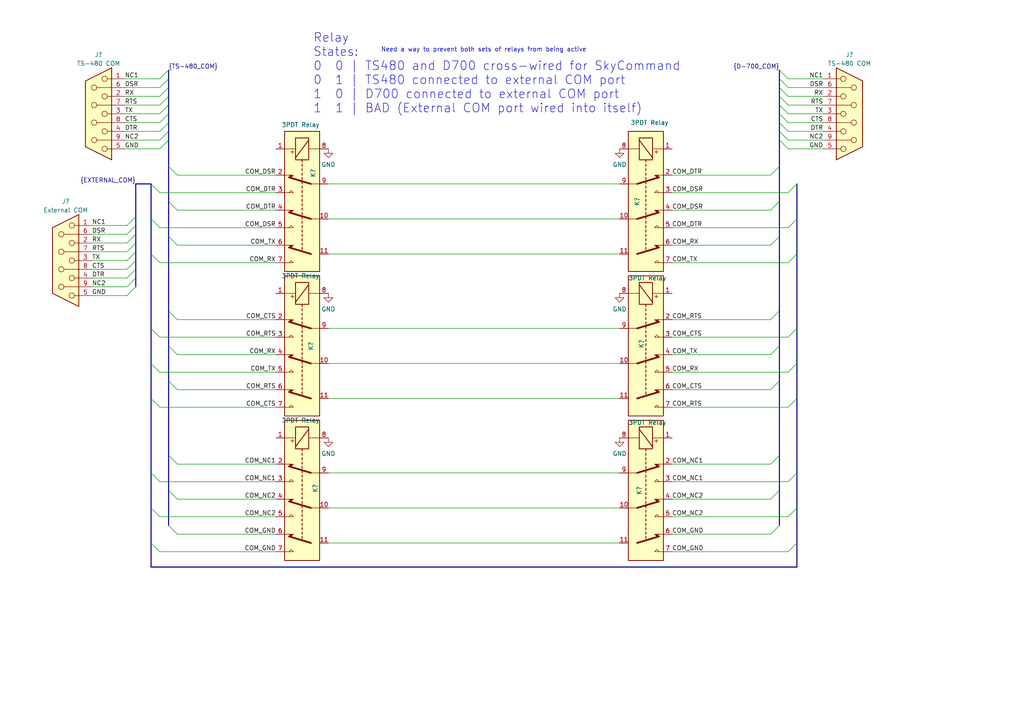
<source format=kicad_sch>
(kicad_sch (version 20211123) (generator eeschema)
  (paper "A4")
  (lib_symbols
    (symbol "Connector:DB9_Female" (pin_names (offset 1.016) hide)
      (property "Reference" "J" (at 0 13.97 0))
      (property "Value" "DB9_Female" (at 0 -14.605 0))
      (symbol "DB9_Female_0_1"
        (circle (center -1.778 -10.16) (radius 0.762))
        (circle (center -1.778 -5.08) (radius 0.762))
        (circle (center -1.778 0) (radius 0.762))
        (circle (center -1.778 5.08) (radius 0.762))
        (circle (center -1.778 10.16) (radius 0.762))
        (polyline (pts (xy -3.81 -10.16) (xy -2.54 -10.16)))
        (polyline (pts (xy -3.81 -7.62) (xy 0.508 -7.62)))
        (polyline (pts (xy -3.81 -5.08) (xy -2.54 -5.08)))
        (polyline (pts (xy -3.81 -2.54) (xy 0.508 -2.54)))
        (polyline (pts (xy -3.81 0) (xy -2.54 0)))
        (polyline (pts (xy -3.81 2.54) (xy 0.508 2.54)))
        (polyline (pts (xy -3.81 5.08) (xy -2.54 5.08)))
        (polyline (pts (xy -3.81 7.62) (xy 0.508 7.62)))
        (polyline (pts (xy -3.81 10.16) (xy -2.54 10.16)))
        (polyline (pts (xy -3.81 13.335) (xy -3.81 -13.335) (xy 3.81 -9.525) (xy 3.81 9.525) (xy -3.81 13.335)) (stroke (width 0.254)) (fill (type background)))
        (circle (center 1.27 -7.62) (radius 0.762))
        (circle (center 1.27 -2.54) (radius 0.762))
        (circle (center 1.27 2.54) (radius 0.762))
        (circle (center 1.27 7.62) (radius 0.762))
      )
      (symbol "DB9_Female_1_1"
        (pin passive line (at -7.62 10.16 0) (length 3.81) (name "1") (number "1"))
        (pin passive line (at -7.62 5.08 0) (length 3.81) (name "2") (number "2"))
        (pin passive line (at -7.62 0 0) (length 3.81) (name "3") (number "3"))
        (pin passive line (at -7.62 -5.08 0) (length 3.81) (name "4") (number "4"))
        (pin passive line (at -7.62 -10.16 0) (length 3.81) (name "5") (number "5"))
        (pin passive line (at -7.62 7.62 0) (length 3.81) (name "6") (number "6"))
        (pin passive line (at -7.62 2.54 0) (length 3.81) (name "7") (number "7"))
        (pin passive line (at -7.62 -2.54 0) (length 3.81) (name "8") (number "8"))
        (pin passive line (at -7.62 -7.62 0) (length 3.81) (name "9") (number "9"))
      )
    )
    (symbol "EC2-3NU_1"
      (property "Reference" "K?" (at -0.635 -13.335 0))
      (property "Value" "4PDT Relay" (at -5.08 17.145 90))
      (symbol "EC2-3NU_1_1_1"
        (rectangle (start -15.24 5.08) (end 25.4 -5.08) (stroke (width 0.254)) (fill (type background)))
        (rectangle (start -13.335 1.905) (end -6.985 -1.905) (stroke (width 0.254)))
        (polyline (pts (xy -12.7 -1.905) (xy -7.62 1.905)) (stroke (width 0.254)))
        (polyline (pts (xy -10.16 -5.08) (xy -10.16 -1.905)))
        (polyline (pts (xy -10.16 5.08) (xy -10.16 1.905)))
        (polyline (pts (xy -6.985 0) (xy -6.35 0)) (stroke (width 0.254)))
        (polyline (pts (xy -5.715 0) (xy -5.08 0)) (stroke (width 0.254)))
        (polyline (pts (xy -4.445 0) (xy -3.81 0)) (stroke (width 0.254)))
        (polyline (pts (xy -3.175 0) (xy -2.54 0)) (stroke (width 0.254)))
        (polyline (pts (xy -1.905 0) (xy -1.27 0)) (stroke (width 0.254)))
        (polyline (pts (xy -0.635 0) (xy 0 0)) (stroke (width 0.254)))
        (polyline (pts (xy 0 -2.54) (xy -1.905 3.81)) (stroke (width 0.508)))
        (polyline (pts (xy 0 -2.54) (xy 0 -5.08)))
        (polyline (pts (xy 0.635 0) (xy 1.27 0)) (stroke (width 0.254)))
        (polyline (pts (xy 1.905 0) (xy 2.54 0)) (stroke (width 0.254)))
        (polyline (pts (xy 3.175 0) (xy 3.81 0)) (stroke (width 0.254)))
        (polyline (pts (xy 4.445 0) (xy 5.08 0)) (stroke (width 0.254)))
        (polyline (pts (xy 5.715 0) (xy 6.35 0)) (stroke (width 0.254)))
        (polyline (pts (xy 6.985 0) (xy 7.62 0)) (stroke (width 0.254)))
        (polyline (pts (xy 8.255 0) (xy 8.89 0)) (stroke (width 0.254)))
        (polyline (pts (xy 9.525 0) (xy 10.16 0)) (stroke (width 0.254)))
        (polyline (pts (xy 10.16 -2.54) (xy 8.255 3.81)) (stroke (width 0.508)))
        (polyline (pts (xy 10.16 -2.54) (xy 10.16 -5.08)))
        (polyline (pts (xy 10.795 0) (xy 11.43 0)) (stroke (width 0.254)))
        (polyline (pts (xy 12.065 0) (xy 12.7 0)) (stroke (width 0.254)))
        (polyline (pts (xy 13.335 0) (xy 13.97 0)) (stroke (width 0.254)))
        (polyline (pts (xy 14.605 0) (xy 15.24 0)) (stroke (width 0.254)))
        (polyline (pts (xy 15.875 0) (xy 16.51 0)) (stroke (width 0.254)))
        (polyline (pts (xy 17.145 0) (xy 17.78 0)) (stroke (width 0.254)))
        (polyline (pts (xy 18.415 0) (xy 19.05 0)) (stroke (width 0.254)))
        (polyline (pts (xy 20.32 -2.54) (xy 18.415 3.81)) (stroke (width 0.508)))
        (polyline (pts (xy -2.54 5.08) (xy -2.54 2.54) (xy -1.905 3.175) (xy -2.54 3.81)) (fill (type outline)))
        (polyline (pts (xy 2.54 5.08) (xy 2.54 2.54) (xy 1.905 3.175) (xy 2.54 3.81)))
        (polyline (pts (xy 7.62 5.08) (xy 7.62 2.54) (xy 8.255 3.175) (xy 7.62 3.81)) (fill (type outline)))
        (polyline (pts (xy 12.7 5.08) (xy 12.7 2.54) (xy 12.065 3.175) (xy 12.7 3.81)))
        (polyline (pts (xy 17.78 5.08) (xy 17.78 2.54) (xy 18.415 3.175) (xy 17.78 3.81)) (fill (type outline)))
        (polyline (pts (xy 22.86 5.08) (xy 22.86 2.54) (xy 22.225 3.175) (xy 22.86 3.81)))
        (text "+" (at -9.271 2.921 0) (effects (font (size 1.27 1.27))))
        (pin passive line (at -10.16 7.62 270) (length 2.54) (name "~") (number "1"))
        (pin passive line (at 10.16 -7.62 90) (length 2.54) (name "~") (number "10"))
        (pin passive line (at 20.32 -7.62 90) (length 2.54) (name "~") (number "11"))
        (pin passive line (at -2.54 7.62 270) (length 2.54) (name "~") (number "2"))
        (pin passive line (at 2.54 7.62 270) (length 2.54) (name "~") (number "3"))
        (pin passive line (at 7.62 7.62 270) (length 2.54) (name "~") (number "4"))
        (pin passive line (at 12.7 7.62 270) (length 2.54) (name "~") (number "5"))
        (pin passive line (at 17.78 7.62 270) (length 2.54) (name "~") (number "6"))
        (pin passive line (at 22.86 7.62 270) (length 2.54) (name "~") (number "7"))
        (pin passive line (at -10.16 -7.62 90) (length 2.54) (name "~") (number "8"))
        (pin passive line (at 0 -7.62 90) (length 2.54) (name "~") (number "9"))
      )
    )
    (symbol "power:GND" (power) (pin_names (offset 0))
      (property "Value" "GND" (at 0 -3.81 0))
      (symbol "GND_0_1"
        (polyline (pts (xy 0 0) (xy 0 -1.27) (xy 1.27 -1.27) (xy 0 -2.54) (xy -1.27 -1.27) (xy 0 -1.27)))
      )
      (symbol "GND_1_1"
        (pin power_in line (at 0 0 270) (length 0) hide (name "GND") (number "1"))
      )
    )
  )
  (bus_alias "TS-480_COM" (members "NC1" "RX" "TX" "DTR" "GND" "DSR" "RTS" "CTS" "NC2"))
  (bus_alias "EXTERNAL_COM" (members "NC1" "RX" "TX" "DTR" "GND" "DSR" "RTS" "CTS" "NC2"))
  (bus_alias "D-700_COM" (members "NC1" "RX" "TX" "DTR" "GND" "DSR" "RTS" "CTS" "NC2"))
  (bus_entry (at 48.895 110.49) (size 2.54 2.54))
  (bus_entry (at 43.815 63.5) (size 2.54 2.54))
  (bus_entry (at 46.355 40.64) (size 2.54 -2.54))
  (bus_entry (at 46.355 35.56) (size 2.54 -2.54))
  (bus_entry (at 231.14 157.48) (size -2.54 2.54))
  (bus_entry (at 228.6 43.18) (size -2.54 -2.54))
  (bus_entry (at 228.6 27.94) (size -2.54 -2.54))
  (bus_entry (at 43.815 73.66) (size 2.54 2.54))
  (bus_entry (at 48.895 152.4) (size 2.54 2.54))
  (bus_entry (at 228.6 40.64) (size -2.54 -2.54))
  (bus_entry (at 231.14 137.16) (size -2.54 2.54))
  (bus_entry (at 46.355 27.94) (size 2.54 -2.54))
  (bus_entry (at 226.06 132.08) (size -2.54 2.54))
  (bus_entry (at 46.355 25.4) (size 2.54 -2.54))
  (bus_entry (at 46.355 43.18) (size 2.54 -2.54))
  (bus_entry (at 43.815 115.57) (size 2.54 2.54))
  (bus_entry (at 226.06 90.17) (size -2.54 2.54))
  (bus_entry (at 36.83 80.645) (size 2.54 -2.54))
  (bus_entry (at 36.83 73.025) (size 2.54 -2.54))
  (bus_entry (at 226.06 100.33) (size -2.54 2.54))
  (bus_entry (at 226.06 152.4) (size -2.54 2.54))
  (bus_entry (at 46.355 33.02) (size 2.54 -2.54))
  (bus_entry (at 46.355 22.86) (size 2.54 -2.54))
  (bus_entry (at 226.06 68.58) (size -2.54 2.54))
  (bus_entry (at 43.815 147.32) (size 2.54 2.54))
  (bus_entry (at 228.6 25.4) (size -2.54 -2.54))
  (bus_entry (at 231.14 105.41) (size -2.54 2.54))
  (bus_entry (at 48.895 132.08) (size 2.54 2.54))
  (bus_entry (at 36.83 75.565) (size 2.54 -2.54))
  (bus_entry (at 231.14 53.34) (size -2.54 2.54))
  (bus_entry (at 228.6 38.1) (size -2.54 -2.54))
  (bus_entry (at 226.06 48.26) (size -2.54 2.54))
  (bus_entry (at 48.895 68.58) (size 2.54 2.54))
  (bus_entry (at 226.06 142.24) (size -2.54 2.54))
  (bus_entry (at 231.14 95.25) (size -2.54 2.54))
  (bus_entry (at 231.14 73.66) (size -2.54 2.54))
  (bus_entry (at 48.895 100.33) (size 2.54 2.54))
  (bus_entry (at 231.14 63.5) (size -2.54 2.54))
  (bus_entry (at 36.83 67.945) (size 2.54 -2.54))
  (bus_entry (at 43.815 137.16) (size 2.54 2.54))
  (bus_entry (at 36.83 65.405) (size 2.54 -2.54))
  (bus_entry (at 226.06 58.42) (size -2.54 2.54))
  (bus_entry (at 36.83 70.485) (size 2.54 -2.54))
  (bus_entry (at 36.83 85.725) (size 2.54 -2.54))
  (bus_entry (at 228.6 33.02) (size -2.54 -2.54))
  (bus_entry (at 43.815 95.25) (size 2.54 2.54))
  (bus_entry (at 48.895 48.26) (size 2.54 2.54))
  (bus_entry (at 46.355 30.48) (size 2.54 -2.54))
  (bus_entry (at 48.895 58.42) (size 2.54 2.54))
  (bus_entry (at 36.83 78.105) (size 2.54 -2.54))
  (bus_entry (at 48.895 90.17) (size 2.54 2.54))
  (bus_entry (at 226.06 110.49) (size -2.54 2.54))
  (bus_entry (at 43.815 157.48) (size 2.54 2.54))
  (bus_entry (at 43.815 105.41) (size 2.54 2.54))
  (bus_entry (at 231.14 115.57) (size -2.54 2.54))
  (bus_entry (at 43.815 53.34) (size 2.54 2.54))
  (bus_entry (at 228.6 30.48) (size -2.54 -2.54))
  (bus_entry (at 48.895 142.24) (size 2.54 2.54))
  (bus_entry (at 36.83 83.185) (size 2.54 -2.54))
  (bus_entry (at 231.14 147.32) (size -2.54 2.54))
  (bus_entry (at 228.6 22.86) (size -2.54 -2.54))
  (bus_entry (at 228.6 35.56) (size -2.54 -2.54))
  (bus_entry (at 46.355 38.1) (size 2.54 -2.54))
  (bus (pts (xy 48.895 27.94) (xy 48.895 30.48)))
  (wire (pts (xy 51.435 50.8) (xy 80.01 50.8)))
  (bus (pts (xy 231.14 63.5) (xy 231.14 73.66)))
  (bus (pts (xy 226.06 58.42) (xy 226.06 68.58)))
  (wire (pts (xy 51.435 134.62) (xy 80.01 134.62)))
  (wire (pts (xy 46.355 76.2) (xy 80.01 76.2)))
  (wire (pts (xy 223.52 60.96) (xy 194.945 60.96)))
  (bus (pts (xy 43.815 164.465) (xy 231.14 164.465)))
  (bus (pts (xy 231.14 73.66) (xy 231.14 95.25)))
  (wire (pts (xy 36.195 22.86) (xy 46.355 22.86)))
  (wire (pts (xy 26.67 67.945) (xy 36.83 67.945)))
  (wire (pts (xy 223.52 50.8) (xy 194.945 50.8)))
  (bus (pts (xy 39.37 70.485) (xy 39.37 67.945)))
  (wire (pts (xy 238.76 33.02) (xy 228.6 33.02)))
  (bus (pts (xy 226.06 90.17) (xy 226.06 100.33)))
  (wire (pts (xy 194.945 154.94) (xy 223.52 154.94)))
  (bus (pts (xy 226.06 132.08) (xy 226.06 142.24)))
  (wire (pts (xy 26.67 75.565) (xy 36.83 75.565)))
  (bus (pts (xy 48.895 20.32) (xy 48.895 22.86)))
  (bus (pts (xy 39.37 65.405) (xy 39.37 62.865)))
  (wire (pts (xy 223.52 144.78) (xy 194.945 144.78)))
  (bus (pts (xy 231.14 164.465) (xy 231.14 157.48)))
  (bus (pts (xy 226.06 33.02) (xy 226.06 35.56)))
  (wire (pts (xy 238.76 40.64) (xy 228.6 40.64)))
  (bus (pts (xy 43.815 95.25) (xy 43.815 105.41)))
  (wire (pts (xy 238.76 43.18) (xy 228.6 43.18)))
  (wire (pts (xy 51.435 60.96) (xy 80.01 60.96)))
  (wire (pts (xy 95.25 137.16) (xy 179.705 137.16)))
  (bus (pts (xy 231.14 147.32) (xy 231.14 157.48)))
  (bus (pts (xy 43.815 63.5) (xy 43.815 73.66)))
  (bus (pts (xy 39.37 78.105) (xy 39.37 75.565)))
  (wire (pts (xy 228.6 160.02) (xy 194.945 160.02)))
  (bus (pts (xy 39.37 75.565) (xy 39.37 73.025)))
  (wire (pts (xy 228.6 118.11) (xy 194.945 118.11)))
  (wire (pts (xy 46.355 107.95) (xy 80.01 107.95)))
  (wire (pts (xy 238.76 35.56) (xy 228.6 35.56)))
  (wire (pts (xy 51.435 92.71) (xy 80.01 92.71)))
  (bus (pts (xy 39.37 67.945) (xy 39.37 65.405)))
  (wire (pts (xy 26.67 73.025) (xy 36.83 73.025)))
  (wire (pts (xy 51.435 113.03) (xy 80.01 113.03)))
  (wire (pts (xy 95.25 157.48) (xy 179.705 157.48)))
  (bus (pts (xy 231.14 137.16) (xy 231.14 147.32)))
  (wire (pts (xy 223.52 92.71) (xy 194.945 92.71)))
  (bus (pts (xy 231.14 53.34) (xy 231.14 63.5)))
  (wire (pts (xy 228.6 97.79) (xy 194.945 97.79)))
  (bus (pts (xy 226.06 38.1) (xy 226.06 40.64)))
  (wire (pts (xy 228.6 66.04) (xy 194.945 66.04)))
  (wire (pts (xy 95.25 115.57) (xy 179.705 115.57)))
  (wire (pts (xy 36.195 30.48) (xy 46.355 30.48)))
  (wire (pts (xy 26.67 65.405) (xy 36.83 65.405)))
  (bus (pts (xy 43.815 53.34) (xy 43.815 63.5)))
  (wire (pts (xy 26.67 85.725) (xy 36.83 85.725)))
  (wire (pts (xy 26.67 80.645) (xy 36.83 80.645)))
  (wire (pts (xy 238.76 30.48) (xy 228.6 30.48)))
  (bus (pts (xy 226.06 142.24) (xy 226.06 152.4)))
  (wire (pts (xy 95.25 95.25) (xy 179.705 95.25)))
  (bus (pts (xy 48.895 38.1) (xy 48.895 40.64)))
  (bus (pts (xy 43.815 73.66) (xy 43.815 95.25)))
  (wire (pts (xy 223.52 113.03) (xy 194.945 113.03)))
  (bus (pts (xy 226.06 27.94) (xy 226.06 30.48)))
  (bus (pts (xy 48.895 58.42) (xy 48.895 68.58)))
  (bus (pts (xy 43.815 105.41) (xy 43.815 115.57)))
  (bus (pts (xy 226.06 110.49) (xy 226.06 132.08)))
  (bus (pts (xy 226.06 30.48) (xy 226.06 33.02)))
  (bus (pts (xy 48.895 90.17) (xy 48.895 100.33)))
  (wire (pts (xy 228.6 107.95) (xy 194.945 107.95)))
  (bus (pts (xy 226.06 35.56) (xy 226.06 38.1)))
  (bus (pts (xy 43.815 157.48) (xy 43.815 164.465)))
  (bus (pts (xy 39.37 83.185) (xy 39.37 80.645)))
  (bus (pts (xy 48.895 48.26) (xy 48.895 58.42)))
  (bus (pts (xy 48.895 110.49) (xy 48.895 132.08)))
  (bus (pts (xy 39.37 62.865) (xy 39.37 53.34)))
  (wire (pts (xy 36.195 27.94) (xy 46.355 27.94)))
  (bus (pts (xy 226.06 25.4) (xy 226.06 27.94)))
  (wire (pts (xy 51.435 144.78) (xy 80.01 144.78)))
  (wire (pts (xy 95.25 147.32) (xy 179.705 147.32)))
  (bus (pts (xy 226.06 48.26) (xy 226.06 58.42)))
  (wire (pts (xy 36.195 40.64) (xy 46.355 40.64)))
  (wire (pts (xy 46.355 160.02) (xy 80.01 160.02)))
  (wire (pts (xy 46.355 55.88) (xy 80.01 55.88)))
  (bus (pts (xy 43.815 137.16) (xy 43.815 147.32)))
  (wire (pts (xy 238.76 25.4) (xy 228.6 25.4)))
  (bus (pts (xy 48.895 40.64) (xy 48.895 48.26)))
  (wire (pts (xy 46.355 139.7) (xy 80.01 139.7)))
  (bus (pts (xy 48.895 100.33) (xy 48.895 110.49)))
  (bus (pts (xy 43.815 147.32) (xy 43.815 157.48)))
  (wire (pts (xy 36.195 43.18) (xy 46.355 43.18)))
  (wire (pts (xy 238.76 27.94) (xy 228.6 27.94)))
  (bus (pts (xy 231.14 115.57) (xy 231.14 137.16)))
  (bus (pts (xy 226.06 22.86) (xy 226.06 25.4)))
  (bus (pts (xy 48.895 30.48) (xy 48.895 33.02)))
  (wire (pts (xy 228.6 55.88) (xy 194.945 55.88)))
  (wire (pts (xy 51.435 102.87) (xy 80.01 102.87)))
  (wire (pts (xy 46.355 66.04) (xy 80.01 66.04)))
  (wire (pts (xy 36.195 25.4) (xy 46.355 25.4)))
  (bus (pts (xy 48.895 33.02) (xy 48.895 35.56)))
  (bus (pts (xy 48.895 25.4) (xy 48.895 27.94)))
  (wire (pts (xy 238.76 22.86) (xy 228.6 22.86)))
  (wire (pts (xy 95.25 73.66) (xy 179.705 73.66)))
  (bus (pts (xy 226.06 100.33) (xy 226.06 110.49)))
  (bus (pts (xy 48.895 68.58) (xy 48.895 90.17)))
  (bus (pts (xy 39.37 73.025) (xy 39.37 70.485)))
  (wire (pts (xy 36.195 35.56) (xy 46.355 35.56)))
  (bus (pts (xy 48.895 132.08) (xy 48.895 142.24)))
  (bus (pts (xy 48.895 22.86) (xy 48.895 25.4)))
  (wire (pts (xy 223.52 71.12) (xy 194.945 71.12)))
  (wire (pts (xy 46.355 149.86) (xy 80.01 149.86)))
  (wire (pts (xy 46.355 118.11) (xy 80.01 118.11)))
  (wire (pts (xy 26.67 70.485) (xy 36.83 70.485)))
  (wire (pts (xy 46.355 97.79) (xy 80.01 97.79)))
  (wire (pts (xy 95.25 53.34) (xy 179.705 53.34)))
  (bus (pts (xy 231.14 95.25) (xy 231.14 105.41)))
  (bus (pts (xy 226.06 40.64) (xy 226.06 48.26)))
  (wire (pts (xy 95.25 63.5) (xy 179.705 63.5)))
  (bus (pts (xy 39.37 53.34) (xy 43.815 53.34)))
  (bus (pts (xy 48.895 35.56) (xy 48.895 38.1)))
  (wire (pts (xy 95.25 105.41) (xy 179.705 105.41)))
  (wire (pts (xy 228.6 149.86) (xy 194.945 149.86)))
  (wire (pts (xy 228.6 76.2) (xy 194.945 76.2)))
  (wire (pts (xy 26.67 83.185) (xy 36.83 83.185)))
  (wire (pts (xy 223.52 102.87) (xy 194.945 102.87)))
  (wire (pts (xy 228.6 139.7) (xy 194.945 139.7)))
  (wire (pts (xy 36.195 33.02) (xy 46.355 33.02)))
  (wire (pts (xy 51.435 71.12) (xy 80.01 71.12)))
  (wire (pts (xy 223.52 134.62) (xy 194.945 134.62)))
  (wire (pts (xy 26.67 78.105) (xy 36.83 78.105)))
  (bus (pts (xy 226.06 68.58) (xy 226.06 90.17)))
  (bus (pts (xy 231.14 105.41) (xy 231.14 115.57)))
  (bus (pts (xy 48.895 142.24) (xy 48.895 152.4)))
  (wire (pts (xy 51.435 154.94) (xy 80.01 154.94)))
  (bus (pts (xy 43.815 115.57) (xy 43.815 137.16)))
  (wire (pts (xy 238.76 38.1) (xy 228.6 38.1)))
  (wire (pts (xy 36.195 38.1) (xy 46.355 38.1)))
  (bus (pts (xy 39.37 80.645) (xy 39.37 78.105)))
  (bus (pts (xy 226.06 20.32) (xy 226.06 22.86)))
  (text "Need a way to prevent both sets of relays from being active" (at 110.49 15.24 0) (effects (font (size 1.27 1.27)) (justify left bottom)))
  (text "Relay\nStates:\n0  0 | TS480 and D700 cross-wired for SkyCommand\n0  1 | TS480 connected to external COM port\n1  0 | D700 connected to external COM port\n1  1 | BAD (External COM port wired into itself)" (at 90.805 33.02 0) (effects (font (size 2.54 2.54)) (justify left bottom)))
  (label "TX" (at 26.67 75.565 0))
  (label "COM_RX" (at 194.945 71.12 0))
  (label "COM_GND" (at 80.01 160.02 180))
  (label "NC1" (at 26.67 65.405 0))
  (label "DTR" (at 26.67 80.645 0))
  (label "COM_DTR" (at 194.945 66.04 0))
  (label "COM_RX" (at 194.945 107.95 0))
  (label "COM_TX" (at 194.945 76.2 0))
  (label "COM_DSR" (at 80.01 50.8 180))
  (label "RX" (at 238.76 27.94 180))
  (label "COM_CTS" (at 194.945 113.03 0))
  (label "RTS" (at 238.76 30.48 180))
  (label "CTS" (at 36.195 35.56 0))
  (label "GND" (at 36.195 43.18 0))
  (label "COM_RTS" (at 80.01 113.03 180))
  (label "DSR" (at 238.76 25.4 180))
  (label "COM_RTS" (at 194.945 118.11 0))
  (label "TX" (at 36.195 33.02 0))
  (label "RTS" (at 36.195 30.48 0))
  (label "NC1" (at 238.76 22.86 180))
  (label "COM_DSR" (at 194.945 60.96 0))
  (label "RTS" (at 26.67 73.025 0))
  (label "NC2" (at 36.195 40.64 0))
  (label "GND" (at 26.67 85.725 0))
  (label "{D-700_COM}" (at 226.06 20.32 180))
  (label "COM_CTS" (at 194.945 97.79 0))
  (label "COM_NC1" (at 80.01 134.62 180))
  (label "CTS" (at 238.76 35.56 180))
  (label "COM_DSR" (at 194.945 55.88 0))
  (label "NC2" (at 238.76 40.64 180))
  (label "NC2" (at 26.67 83.185 0))
  (label "COM_TX" (at 80.01 107.95 180))
  (label "COM_DTR" (at 80.01 60.96 180))
  (label "COM_NC1" (at 80.01 139.7 180))
  (label "COM_DTR" (at 80.01 55.88 180))
  (label "RX" (at 36.195 27.94 0))
  (label "COM_NC1" (at 194.945 134.62 0))
  (label "COM_NC1" (at 194.945 139.7 0))
  (label "COM_DSR" (at 80.01 66.04 180))
  (label "DTR" (at 36.195 38.1 0))
  (label "COM_RTS" (at 194.945 92.71 0))
  (label "COM_CTS" (at 80.01 118.11 180))
  (label "{EXTERNAL_COM}" (at 39.37 53.34 180))
  (label "COM_GND" (at 194.945 160.02 0))
  (label "COM_NC2" (at 194.945 149.86 0))
  (label "NC1" (at 36.195 22.86 0))
  (label "COM_NC2" (at 80.01 149.86 180))
  (label "DSR" (at 26.67 67.945 0))
  (label "{TS-480_COM}" (at 48.895 20.32 0))
  (label "COM_NC2" (at 80.01 144.78 180))
  (label "COM_TX" (at 194.945 102.87 0))
  (label "COM_RTS" (at 80.01 97.79 180))
  (label "COM_GND" (at 80.01 154.94 180))
  (label "COM_DTR" (at 194.945 50.8 0))
  (label "COM_GND" (at 194.945 154.94 0))
  (label "COM_TX" (at 80.01 71.12 180))
  (label "CTS" (at 26.67 78.105 0))
  (label "GND" (at 238.76 43.18 180))
  (label "RX" (at 26.67 70.485 0))
  (label "COM_RX" (at 80.01 102.87 180))
  (label "DSR" (at 36.195 25.4 0))
  (label "DTR" (at 238.76 38.1 180))
  (label "TX" (at 238.76 33.02 180))
  (label "COM_RX" (at 80.01 76.2 180))
  (label "COM_CTS" (at 80.01 92.71 180))
  (label "COM_NC2" (at 194.945 144.78 0))
  (symbol (lib_name "EC2-3NU_1") (lib_id "Relay:EC2-3NU") (at 87.63 95.25 90) (mirror x)
    (property "Reference" "K?" (at 90.17 99.06 0) (effects (justify left)))
    (property "Value" "3PDT Relay" (at 92.71 80.01 90) (effects (justify left)))
    (property "Footprint" "Connector_PinHeader_2.54mm:PinHeader_1x14_P2.54mm_Horizontal" (effects hide))
  )
  (symbol (lib_id "power:GND") (at 95.25 127 0) (mirror y)
    (property "Reference" "#PWR?" (effects hide))
    (property "Value" "GND" (at 95.25 131.5625 0))
  )
  (symbol (lib_name "EC2-3NU_1") (lib_id "Relay:EC2-3NU") (at 187.325 137.16 270)
    (property "Reference" "K?" (at 185.42 140.97 0) (effects (justify left)))
    (property "Value" "3PDT Relay" (at 182.245 122.555 90) (effects (justify left)))
    (property "Footprint" "Connector_PinHeader_2.54mm:PinHeader_1x14_P2.54mm_Horizontal" (effects hide))
  )
  (symbol (lib_id "power:GND") (at 95.25 43.18 0) (mirror y)
    (property "Reference" "#PWR?" (effects hide))
    (property "Value" "GND" (at 95.25 47.7425 0))
  )
  (symbol (lib_id "Connector:DB9_Female") (at 28.575 33.02 0) (mirror y)
    (property "Reference" "J?" (at 28.575 15.875 0))
    (property "Value" "TS-480 COM" (at 28.575 18.415 0))
    (property "Footprint" "Connector_Dsub:DSUB-9_Male_Horizontal_P2.77x2.84mm_EdgePinOffset4.94mm_Housed_MountingHolesOffset7.48mm" (effects hide))
    (property "Datasheet" " ~" (effects hide))
  )
  (symbol (lib_id "power:GND") (at 179.705 85.09 0)
    (property "Reference" "#PWR?" (effects hide))
    (property "Value" "GND" (at 179.705 89.6525 0))
  )
  (symbol (lib_id "Connector:DB9_Female") (at 246.38 33.02 0)
    (property "Reference" "J?" (at 246.38 15.875 0))
    (property "Value" "TS-480 COM" (at 246.38 18.415 0))
    (property "Footprint" "Connector_Dsub:DSUB-9_Male_Horizontal_P2.77x2.84mm_EdgePinOffset4.94mm_Housed_MountingHolesOffset7.48mm" (effects hide))
    (property "Datasheet" " ~" (effects hide))
  )
  (symbol (lib_id "power:GND") (at 179.705 43.18 0)
    (property "Reference" "#PWR?" (effects hide))
    (property "Value" "GND" (at 179.705 47.7425 0))
  )
  (symbol (lib_name "EC2-3NU_1") (lib_id "Relay:EC2-3NU") (at 87.63 137.16 90) (mirror x)
    (property "Reference" "K?" (at 91.44 140.335 0) (effects (justify left)))
    (property "Value" "3PDT Relay" (at 92.71 121.92 90) (effects (justify left)))
    (property "Footprint" "Connector_PinHeader_2.54mm:PinHeader_1x14_P2.54mm_Horizontal" (effects hide))
  )
  (symbol (lib_id "power:GND") (at 179.705 127 0)
    (property "Reference" "#PWR?" (effects hide))
    (property "Value" "GND" (at 179.705 131.5625 0))
  )
  (symbol (lib_name "EC2-3NU_1") (lib_id "Relay:EC2-3NU") (at 87.63 53.34 90) (mirror x)
    (property "Reference" "K?" (at 90.805 48.895 0) (effects (justify left)))
    (property "Value" "3PDT Relay" (at 92.71 36.195 90) (effects (justify left)))
    (property "Footprint" "Connector_PinHeader_2.54mm:PinHeader_1x14_P2.54mm_Horizontal" (effects hide))
  )
  (symbol (lib_name "EC2-3NU_1") (lib_id "Relay:EC2-3NU") (at 187.325 95.25 270)
    (property "Reference" "K?" (at 186.055 98.425 0) (effects (justify left)))
    (property "Value" "3PDT Relay" (at 182.245 80.645 90) (effects (justify left)))
    (property "Footprint" "Connector_PinHeader_2.54mm:PinHeader_1x14_P2.54mm_Horizontal" (effects hide))
  )
  (symbol (lib_name "EC2-3NU_1") (lib_id "Relay:EC2-3NU") (at 187.325 53.34 270)
    (property "Reference" "K?" (at 184.785 57.15 0) (effects (justify left)))
    (property "Value" "3PDT Relay" (at 182.88 35.56 90) (effects (justify left)))
    (property "Footprint" "Connector_PinHeader_2.54mm:PinHeader_1x14_P2.54mm_Horizontal" (effects hide))
  )
  (symbol (lib_id "power:GND") (at 95.25 85.09 0) (mirror y)
    (property "Reference" "#PWR?" (effects hide))
    (property "Value" "GND" (at 95.25 89.6525 0))
  )
  (symbol (lib_id "Connector:DB9_Female") (at 19.05 75.565 0) (mirror y)
    (property "Reference" "J?" (at 19.05 58.42 0))
    (property "Value" "External COM" (at 19.05 60.96 0))
    (property "Footprint" "Connector_Dsub:DSUB-9_Male_Horizontal_P2.77x2.84mm_EdgePinOffset4.94mm_Housed_MountingHolesOffset7.48mm" (effects hide))
    (property "Datasheet" " ~" (effects hide))
  )
)
</source>
